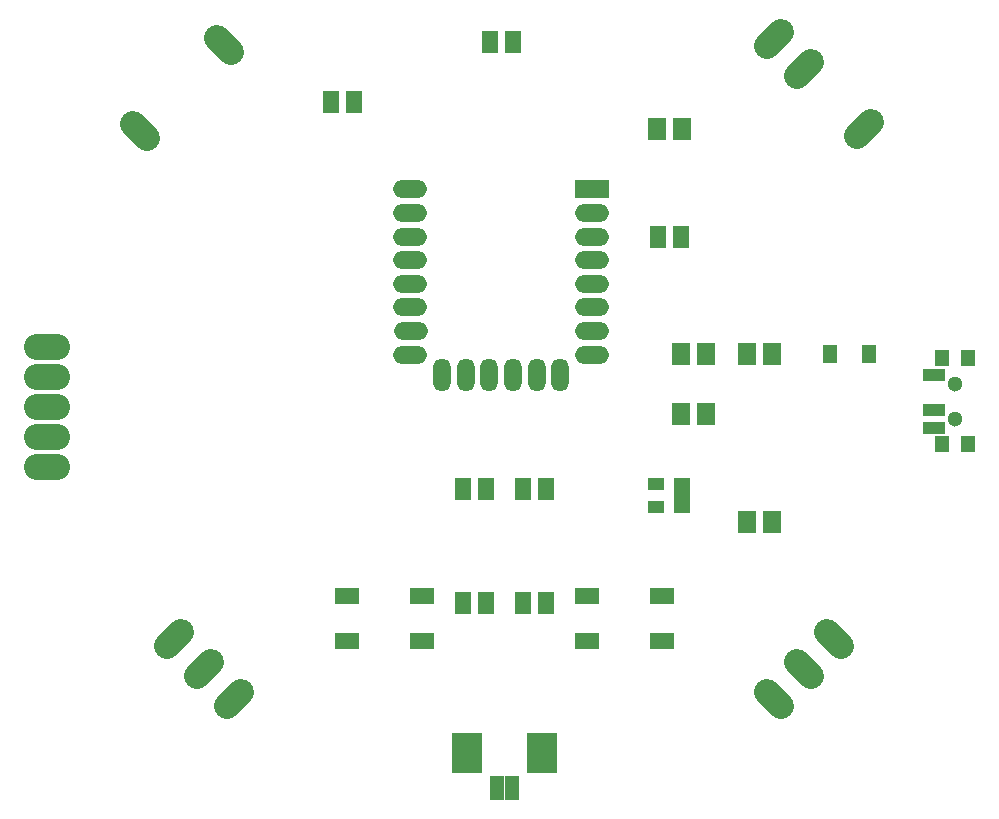
<source format=gbr>
G04 #@! TF.GenerationSoftware,KiCad,Pcbnew,5.0.0-rc2-dev-unknown-952aa7a~63~ubuntu16.04.1*
G04 #@! TF.CreationDate,2018-03-29T23:45:57+02:00*
G04 #@! TF.ProjectId,ripolab_pcb,7269706F6C61625F7063622E6B696361,rev?*
G04 #@! TF.SameCoordinates,Original*
G04 #@! TF.FileFunction,Soldermask,Bot*
G04 #@! TF.FilePolarity,Negative*
%FSLAX46Y46*%
G04 Gerber Fmt 4.6, Leading zero omitted, Abs format (unit mm)*
G04 Created by KiCad (PCBNEW 5.0.0-rc2-dev-unknown-952aa7a~63~ubuntu16.04.1) date Thu Mar 29 23:45:57 2018*
%MOMM*%
%LPD*%
G01*
G04 APERTURE LIST*
%ADD10C,2.200000*%
%ADD11C,2.200000*%
%ADD12R,1.300000X1.600000*%
%ADD13R,1.370000X1.900000*%
%ADD14R,2.100000X1.400000*%
%ADD15R,2.900000X1.500000*%
%ADD16O,2.900000X1.500000*%
%ADD17O,1.500000X2.800000*%
%ADD18O,3.900000X2.200000*%
%ADD19R,1.545000X1.900000*%
%ADD20R,1.200000X2.000000*%
%ADD21R,2.500000X3.400000*%
%ADD22R,1.460000X1.050000*%
%ADD23C,1.300000*%
%ADD24R,1.900000X1.100000*%
%ADD25R,1.200000X1.400000*%
G04 APERTURE END LIST*
D10*
X123571000Y-66548000D03*
D11*
X122969959Y-65946959D02*
X124172041Y-67149041D01*
D12*
X178180000Y-92710000D03*
X174880000Y-92710000D03*
D10*
X116459000Y-73787000D03*
D11*
X115857959Y-73185959D02*
X117060041Y-74388041D01*
D13*
X148021000Y-66294000D03*
X146111000Y-66294000D03*
D14*
X160630000Y-113162000D03*
X154330000Y-113162000D03*
X160630000Y-116962000D03*
X154330000Y-116962000D03*
X134010000Y-116962000D03*
X140310000Y-116962000D03*
X134010000Y-113162000D03*
X140310000Y-113162000D03*
D15*
X154751000Y-78740000D03*
D16*
X154751000Y-80740000D03*
X154751000Y-82740000D03*
X154751000Y-84740000D03*
X154751000Y-86740000D03*
X154751000Y-88740000D03*
X154751000Y-90740000D03*
X154751000Y-92740000D03*
D17*
X152061000Y-94490000D03*
X150061000Y-94490000D03*
X148061000Y-94490000D03*
X146061000Y-94490000D03*
X144061000Y-94490000D03*
X142061000Y-94490000D03*
D16*
X139351000Y-92740000D03*
X139451000Y-90740000D03*
X139351000Y-88740000D03*
X139351000Y-86740000D03*
X139351000Y-84740000D03*
X139351000Y-82740000D03*
X139351000Y-80740000D03*
X139351000Y-78740000D03*
D18*
X108585000Y-97129600D03*
X108585000Y-94589600D03*
X108585000Y-102209600D03*
X108585000Y-99669600D03*
X108585000Y-92049600D03*
D10*
X175260000Y-116840000D03*
D11*
X175861041Y-117441041D02*
X174658959Y-116238959D01*
D10*
X172720000Y-119380000D03*
D11*
X173321041Y-119981041D02*
X172118959Y-118778959D01*
D10*
X172720000Y-68580000D03*
D11*
X173321041Y-67978959D02*
X172118959Y-69181041D01*
D10*
X170180000Y-121920000D03*
D11*
X170781041Y-122521041D02*
X169578959Y-121318959D01*
D10*
X177800000Y-73660000D03*
D11*
X178401041Y-73058959D02*
X177198959Y-74261041D01*
D10*
X170180000Y-66040000D03*
D11*
X170781041Y-65438959D02*
X169578959Y-66641041D01*
D10*
X124460000Y-121920000D03*
D11*
X123858959Y-122521041D02*
X125061041Y-121318959D01*
D10*
X119380000Y-116840000D03*
D11*
X118778959Y-117441041D02*
X119981041Y-116238959D01*
D10*
X121920000Y-119380000D03*
D11*
X121318959Y-119981041D02*
X122521041Y-118778959D01*
D19*
X164364500Y-97790000D03*
X162279500Y-97790000D03*
X162279500Y-92710000D03*
X164364500Y-92710000D03*
X160247500Y-73660000D03*
X162332500Y-73660000D03*
D20*
X146695000Y-129400000D03*
X147945000Y-129400000D03*
D21*
X144145000Y-126500000D03*
X150495000Y-126500000D03*
D13*
X160335000Y-82804000D03*
X162245000Y-82804000D03*
X148905000Y-113792000D03*
X150815000Y-113792000D03*
X150815000Y-104140000D03*
X148905000Y-104140000D03*
X145735000Y-113792000D03*
X143825000Y-113792000D03*
X143825000Y-104140000D03*
X145735000Y-104140000D03*
X132649000Y-71374000D03*
X134559000Y-71374000D03*
D22*
X162390000Y-103698000D03*
X162390000Y-104648000D03*
X162390000Y-105598000D03*
X160190000Y-105598000D03*
X160190000Y-103698000D03*
D23*
X185480000Y-95180000D03*
X185480000Y-98180000D03*
D24*
X183720000Y-94430000D03*
X183720000Y-97430000D03*
X183720000Y-98930000D03*
D25*
X186580000Y-93030000D03*
X186580000Y-100330000D03*
X184370000Y-100330000D03*
X184370000Y-93030000D03*
D19*
X169952500Y-92710000D03*
X167867500Y-92710000D03*
X169952500Y-106934000D03*
X167867500Y-106934000D03*
M02*

</source>
